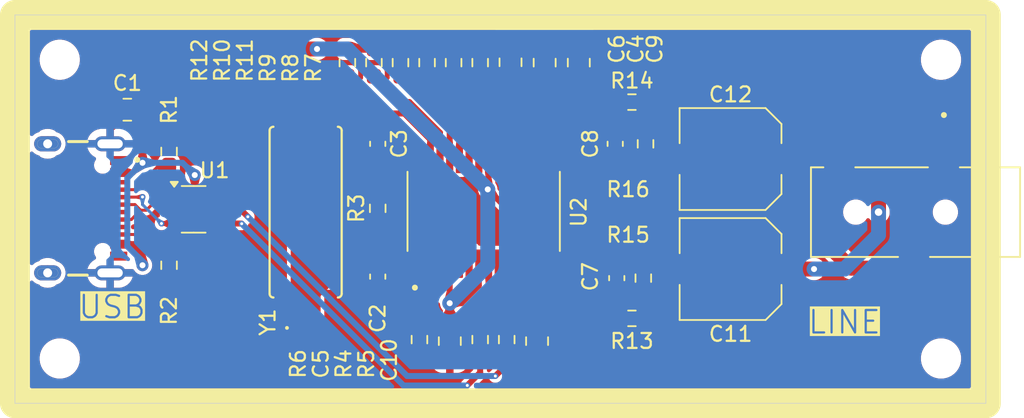
<source format=kicad_pcb>
(kicad_pcb (version 20240108) (generator "pcbnew") (generator_version "8.0")
  (layers (0 "F.Cu" signal) (31 "B.Cu" signal) (34 "B.Paste" user) (35 "F.Paste" user) (36 "B.SilkS" user "B.Silkscreen") (37 "F.SilkS" user "F.Silkscreen") (38 "B.Mask" user) (39 "F.Mask" user) (44 "Edge.Cuts" user))
  (net 0 "")
  (net 1 "VBUS")
  (net 2 "GND")
  (net 3 "/CrystalO")
  (net 4 "/CrystalI")
  (net 5 "Net-(U2-VCOM)")
  (net 6 "Net-(U2-VCCP)")
  (net 7 "/OUT_L")
  (net 8 "Net-(C7-Pad2)")
  (net 9 "/OUT_R")
  (net 10 "Net-(C8-Pad2)")
  (net 11 "Net-(U2-VCCR)")
  (net 12 "Net-(U2-VCCL)")
  (net 13 "/LEFT")
  (net 14 "/RIGHT")
  (net 16 "/D_N")
  (net 17 "/D_P")
  (net 18 "Net-(J1-CC1)")
  (net 19 "Net-(J1-CC2)")
  (net 21 "Net-(U2-D+)")
  (net 22 "/USB_P")
  (net 23 "Net-(U2-D-)")
  (net 24 "/USB_N")
  (net 25 "Net-(U2-DT)")
  (net 26 "Net-(U2-HID0{slash}MS)")
  (net 27 "Net-(U2-HID1{slash}MC)")
  (net 28 "Net-(U2-HID2{slash}MD)")
  (net 29 "Net-(U2-TEST0)")
  (net 30 "Net-(U2-TEST1)")
  (net 31 "Net-(U2-~{SSPND})")
  (footprint "Resistor_SMD:R_0603_1608Metric_Pad0.98x0.95mm_HandSolder" (layer "F.Cu") (at 145.034 82.1925 -90)
    (property "Reference" "R10" (at -0.1505 10.16 90) (layer "F.SilkS"))
    (property "Value" "5.1k")
    (pad "1" smd roundrect (at -0.9125 0 270) (size 0.975 0.95) (layers "F.Cu" "F.Paste" "F.Mask") (net 1 "VBUS"))
    (pad "2" smd roundrect (at 0.9125 0 270) (size 0.975 0.95) (layers "F.Cu" "F.Paste" "F.Mask") (net 29 "Net-(U2-TEST0)"))
  )
  (footprint "Resistor_SMD:R_0603_1608Metric_Pad0.98x0.95mm_HandSolder" (layer "F.Cu") (at 150.368 82.1925 -90)
    (property "Reference" "R8" (at 0.3575 10.922 90) (layer "F.SilkS"))
    (property "Value" "5.1k")
    (pad "1" smd roundrect (at -0.9125 0 270) (size 0.975 0.95) (layers "F.Cu" "F.Paste" "F.Mask") (net 2 "GND"))
    (pad "2" smd roundrect (at 0.9125 0 270) (size 0.975 0.95) (layers "F.Cu" "F.Paste" "F.Mask") (net 27 "Net-(U2-HID1{slash}MC)"))
  )
  (footprint "Resistor_SMD:R_0603_1608Metric_Pad0.98x0.95mm_HandSolder" (layer "F.Cu") (at 163.068 96.6205 -90)
    (property "Reference" "R15" (at -2.8945 1.016 180) (layer "F.SilkS"))
    (property "Value" "10k")
    (pad "1" smd roundrect (at -0.9125 0 270) (size 0.975 0.95) (layers "F.Cu" "F.Paste" "F.Mask") (net 7 "/OUT_L"))
    (pad "2" smd roundrect (at 0.9125 0 270) (size 0.975 0.95) (layers "F.Cu" "F.Paste" "F.Mask") (net 2 "GND"))
  )
  (footprint "Capacitor_SMD:C_0805_2012Metric_Pad1.18x1.45mm_HandSolder" (layer "F.Cu") (at 154.178 82.171 90)
    (property "Reference" "C6" (at 0.891 7.112 90) (layer "F.SilkS"))
    (property "Value" "1u")
    (pad "1" smd roundrect (at -1.0375 0 90) (size 1.175 1.45) (layers "F.Cu" "F.Paste" "F.Mask") (roundrect_rratio 0.212766) (net 6 "Net-(U2-VCCP)"))
    (pad "2" smd roundrect (at 1.0375 0 90) (size 1.175 1.45) (layers "F.Cu" "F.Paste" "F.Mask") (roundrect_rratio 0.212766) (net 2 "GND"))
  )
  (footprint "Capacitor_SMD:C_Elec_6.3x7.7" (layer "F.Cu") (at 168.91 96.012 180)
    (property "Reference" "C11" (at 0 -4.35 360) (layer "F.SilkS"))
    (property "Value" "100u")
    (pad "1" smd roundrect (at -2.5375 0 180) (size 3.325 1.6) (layers "F.Cu" "F.Paste" "F.Mask") (roundrect_rratio 0.15625) (net 13 "/LEFT"))
    (pad "2" smd roundrect (at 2.5375 0 180) (size 3.325 1.6) (layers "F.Cu" "F.Paste" "F.Mask") (roundrect_rratio 0.15625) (net 7 "/OUT_L"))
  )
  (footprint "Resistor_SMD:R_0603_1608Metric_Pad0.98x0.95mm_HandSolder" (layer "F.Cu") (at 145.288 91.948 90)
    (property "Reference" "R3" (at 0 -1.43 90) (layer "F.SilkS"))
    (property "Value" "1M")
    (pad "1" smd roundrect (at -0.9125 0 90) (size 0.975 0.95) (layers "F.Cu" "F.Paste" "F.Mask") (net 3 "/CrystalO"))
    (pad "2" smd roundrect (at 0.9125 0 90) (size 0.975 0.95) (layers "F.Cu" "F.Paste" "F.Mask") (net 4 "/CrystalI"))
  )
  (footprint "Resistor_SMD:R_0603_1608Metric_Pad0.98x0.95mm_HandSolder" (layer "F.Cu") (at 153.924 100.7345 90)
    (property "Reference" "R4" (at -1.6275 -10.922 90) (layer "F.SilkS"))
    (property "Value" "22")
    (pad "1" smd roundrect (at -0.9125 0 90) (size 0.975 0.95) (layers "F.Cu" "F.Paste" "F.Mask") (net 22 "/USB_P"))
    (pad "2" smd roundrect (at 0.9125 0 90) (size 0.975 0.95) (layers "F.Cu" "F.Paste" "F.Mask") (net 21 "Net-(U2-D+)"))
  )
  (footprint "Resistor_SMD:R_0603_1608Metric_Pad0.98x0.95mm_HandSolder" (layer "F.Cu") (at 152.146 100.7345 -90)
    (property "Reference" "R5" (at 1.6275 7.62 90) (layer "F.SilkS"))
    (property "Value" "22")
    (pad "1" smd roundrect (at -0.9125 0 270) (size 0.975 0.95) (layers "F.Cu" "F.Paste" "F.Mask") (net 23 "Net-(U2-D-)"))
    (pad "2" smd roundrect (at 0.9125 0 270) (size 0.975 0.95) (layers "F.Cu" "F.Paste" "F.Mask") (net 24 "/USB_N"))
  )
  (footprint "MountingHole:MountingHole_2.2mm_M2" (layer "F.Cu") (at 183 82)
    (property "Reference" "REF**" (hide yes))
    (property "Value" "MountingHole_2.2mm_M2" (hide yes))
    (pad "" np_thru_hole circle (at 0 0) (size 2.2 2.2) (drill 2.2) (layers "*.Cu" "*.Mask"))
  )
  (footprint "Resistor_SMD:R_0603_1608Metric_Pad0.98x0.95mm_HandSolder" (layer "F.Cu") (at 148.59 82.1925 -90)
    (property "Reference" "R9" (at 0.3575 10.668 90) (layer "F.SilkS"))
    (property "Value" "5.1k")
    (pad "1" smd roundrect (at -0.9125 0 270) (size 0.975 0.95) (layers "F.Cu" "F.Paste" "F.Mask") (net 2 "GND"))
    (pad "2" smd roundrect (at 0.9125 0 270) (size 0.975 0.95) (layers "F.Cu" "F.Paste" "F.Mask") (net 28 "Net-(U2-HID2{slash}MD)"))
  )
  (footprint "Resistor_SMD:R_0603_1608Metric_Pad0.98x0.95mm_HandSolder" (layer "F.Cu") (at 162.306 84.836)
    (property "Reference" "R14" (at 0 -1.43 360) (layer "F.SilkS"))
    (property "Value" "16")
    (pad "1" smd roundrect (at -0.9125 0) (size 0.975 0.95) (layers "F.Cu" "F.Paste" "F.Mask") (net 10 "Net-(C8-Pad2)"))
    (pad "2" smd roundrect (at 0.9125 0) (size 0.975 0.95) (layers "F.Cu" "F.Paste" "F.Mask") (net 2 "GND"))
  )
  (footprint "Capacitor_SMD:C_0805_2012Metric_Pad1.18x1.45mm_HandSolder" (layer "F.Cu") (at 128.524 85.344 180)
    (property "Reference" "C1" (at 0 1.778 360) (layer "F.SilkS"))
    (property "Value" "1u")
    (pad "1" smd roundrect (at -1.0375 0 180) (size 1.175 1.45) (layers "F.Cu" "F.Paste" "F.Mask") (roundrect_rratio 0.212766) (net 1 "VBUS"))
    (pad "2" smd roundrect (at 1.0375 0 180) (size 1.175 1.45) (layers "F.Cu" "F.Paste" "F.Mask") (roundrect_rratio 0.212766) (net 2 "GND"))
  )
  (footprint "Capacitor_SMD:C_0805_2012Metric_Pad1.18x1.45mm_HandSolder" (layer "F.Cu") (at 156.464 82.1925 90)
    (property "Reference" "C4" (at 0.9125 6.096 90) (layer "F.SilkS"))
    (property "Value" "10u")
    (pad "1" smd roundrect (at -1.0375 0 90) (size 1.175 1.45) (layers "F.Cu" "F.Paste" "F.Mask") (roundrect_rratio 0.212766) (net 5 "Net-(U2-VCOM)"))
    (pad "2" smd roundrect (at 1.0375 0 90) (size 1.175 1.45) (layers "F.Cu" "F.Paste" "F.Mask") (roundrect_rratio 0.212766) (net 2 "GND"))
  )
  (footprint "Resistor_SMD:R_0603_1608Metric_Pad0.98x0.95mm_HandSolder" (layer "F.Cu") (at 131.318 88.138 90)
    (property "Reference" "R1" (at 2.794 0 90) (layer "F.SilkS"))
    (property "Value" "5.1k")
    (pad "1" smd roundrect (at -0.9125 0 90) (size 0.975 0.95) (layers "F.Cu" "F.Paste" "F.Mask") (net 18 "Net-(J1-CC1)"))
    (pad "2" smd roundrect (at 0.9125 0 90) (size 0.975 0.95) (layers "F.Cu" "F.Paste" "F.Mask") (net 2 "GND"))
  )
  (footprint "Capacitor_SMD:C_0603_1608Metric_Pad1.08x0.95mm_HandSolder" (layer "F.Cu") (at 145.288 96.52 90)
    (property "Reference" "C2" (at -2.794 0 90) (layer "F.SilkS"))
    (property "Value" "12p")
    (pad "1" smd roundrect (at -0.8625 0 90) (size 1.075 0.95) (layers "F.Cu" "F.Paste" "F.Mask") (net 2 "GND"))
    (pad "2" smd roundrect (at 0.8625 0 90) (size 1.075 0.95) (layers "F.Cu" "F.Paste" "F.Mask") (net 3 "/CrystalO"))
  )
  (footprint "Resistor_SMD:R_0603_1608Metric_Pad0.98x0.95mm_HandSolder" (layer "F.Cu") (at 148.082 100.7345 90)
    (property "Reference" "R6" (at -1.6275 -8.128 90) (layer "F.SilkS"))
    (property "Value" "5.1k")
    (pad "1" smd roundrect (at -0.9125 0 90) (size 0.975 0.95) (layers "F.Cu" "F.Paste" "F.Mask") (net 1 "VBUS"))
    (pad "2" smd roundrect (at 0.9125 0 90) (size 0.975 0.95) (layers "F.Cu" "F.Paste" "F.Mask") (net 25 "Net-(U2-DT)"))
  )
  (footprint "Capacitor_SMD:C_0805_2012Metric_Pad1.18x1.45mm_HandSolder" (layer "F.Cu") (at 158.75 82.1925 90)
    (property "Reference" "C9" (at 0.9125 5.08 90) (layer "F.SilkS"))
    (property "Value" "1u")
    (pad "1" smd roundrect (at -1.0375 0 90) (size 1.175 1.45) (layers "F.Cu" "F.Paste" "F.Mask") (roundrect_rratio 0.212766) (net 11 "Net-(U2-VCCR)"))
    (pad "2" smd roundrect (at 1.0375 0 90) (size 1.175 1.45) (layers "F.Cu" "F.Paste" "F.Mask") (roundrect_rratio 0.212766) (net 2 "GND"))
  )
  (footprint "MountingHole:MountingHole_2.2mm_M2" (layer "F.Cu") (at 124 82)
    (property "Reference" "REF**" (hide yes))
    (property "Value" "MountingHole_2.2mm_M2" (hide yes))
    (pad "" np_thru_hole circle (at 0 0) (size 2.2 2.2) (drill 2.2) (layers "*.Cu" "*.Mask"))
  )
  (footprint "Capacitor_SMD:C_0603_1608Metric_Pad1.08x0.95mm_HandSolder" (layer "F.Cu") (at 145.288 87.63 -90)
    (property "Reference" "C3" (at 0 -1.43 90) (layer "F.SilkS"))
    (property "Value" "12p")
    (pad "1" smd roundrect (at -0.8625 0 270) (size 1.075 0.95) (layers "F.Cu" "F.Paste" "F.Mask") (net 2 "GND"))
    (pad "2" smd roundrect (at 0.8625 0 270) (size 1.075 0.95) (layers "F.Cu" "F.Paste" "F.Mask") (net 4 "/CrystalI"))
  )
  (footprint "Resistor_SMD:R_0603_1608Metric_Pad0.98x0.95mm_HandSolder" (layer "F.Cu") (at 152.146 82.1925 -90)
    (property "Reference" "R7" (at 0.3575 11.176 90) (layer "F.SilkS"))
    (property "Value" "5.1k")
    (pad "1" smd roundrect (at -0.9125 0 270) (size 0.975 0.95) (layers "F.Cu" "F.Paste" "F.Mask") (net 2 "GND"))
    (pad "2" smd roundrect (at 0.9125 0 270) (size 0.975 0.95) (layers "F.Cu" "F.Paste" "F.Mask") (net 26 "Net-(U2-HID0{slash}MS)"))
  )
  (footprint "Resistor_SMD:R_0603_1608Metric_Pad0.98x0.95mm_HandSolder" (layer "F.Cu") (at 162.306 99.314)
    (property "Reference" "R13" (at 0 1.524 360) (layer "F.SilkS"))
    (property "Value" "16")
    (pad "1" smd roundrect (at -0.9125 0) (size 0.975 0.95) (layers "F.Cu" "F.Paste" "F.Mask") (net 8 "Net-(C7-Pad2)"))
    (pad "2" smd roundrect (at 0.9125 0) (size 0.975 0.95) (layers "F.Cu" "F.Paste" "F.Mask") (net 2 "GND"))
  )
  (footprint "PCM2704CDBR:SOP65P780X200-28N" (layer "F.Cu") (at 152.381 92.151 90)
    (property "Reference" "U2" (at -0.051 6.369 90) (layer "F.SilkS"))
    (property "Value" "PCM2704CDBR")
    (pad "1" smd roundrect (at -3.505 -4.225 90) (size 1.9 0.48) (layers "F.Cu" "F.Paste" "F.Mask") (roundrect_rratio 0.125) (net 3 "/CrystalO"))
    (pad "2" smd roundrect (at -3.505 -3.575 90) (size 1.9 0.48) (layers "F.Cu" "F.Paste" "F.Mask") (roundrect_rratio 0.125))
    (pad "3" smd roundrect (at -3.505 -2.925 90) (size 1.9 0.48) (layers "F.Cu" "F.Paste" "F.Mask") (roundrect_rratio 0.125) (net 25 "Net-(U2-DT)"))
    (pad "4" smd roundrect (at -3.505 -2.275 90) (size 1.9 0.48) (layers "F.Cu" "F.Paste" "F.Mask") (roundrect_rratio 0.125) (net 1 "VBUS"))
    (pad "5" smd roundrect (at -3.505 -1.625 90) (size 1.9 0.48) (layers "F.Cu" "F.Paste" "F.Mask") (roundrect_rratio 0.125))
    (pad "6" smd roundrect (at -3.505 -0.975 90) (size 1.9 0.48) (layers "F.Cu" "F.Paste" "F.Mask") (roundrect_rratio 0.125) (net 2 "GND"))
    (pad "7" smd roundrect (at -3.505 -0.325 90) (size 1.9 0.48) (layers "F.Cu" "F.Paste" "F.Mask") (roundrect_rratio 0.125) (net 1 "VBUS"))
    (pad "8" smd roundrect (at -3.505 0.325 90) (size 1.9 0.48) (layers "F.Cu" "F.Paste" "F.Mask") (roundrect_rratio 0.125) (net 23 "Net-(U2-D-)"))
    (pad "9" smd roundrect (at -3.505 0.975 90) (size 1.9 0.48) (layers "F.Cu" "F.Paste" "F.Mask") (roundrect_rratio 0.125) (net 21 "Net-(U2-D+)"))
    (pad "10" smd roundrect (at -3.505 1.625 90) (size 1.9 0.48) (layers "F.Cu" "F.Paste" "F.Mask") (roundrect_rratio 0.125) (net 1 "VBUS"))
    (pad "11" smd roundrect (at -3.505 2.275 90) (size 1.9 0.48) (layers "F.Cu" "F.Paste" "F.Mask") (roundrect_rratio 0.125) (net 2 "GND"))
    (pad "12" smd roundrect (at -3.505 2.925 90) (size 1.9 0.48) (layers "F.Cu" "F.Paste" "F.Mask") (roundrect_rratio 0.125) (net 2 "GND"))
    (pad "13" smd roundrect (at -3.505 3.575 90) (size 1.9 0.48) (layers "F.Cu" "F.Paste" "F.Mask") (roundrect_rratio 0.125) (net 12 "Net-(U2-VCCL)"))
    (pad "14" smd roundrect (at -3.505 4.225 90) (size 1.9 0.48) (layers "F.Cu" "F.Paste" "F.Mask") (roundrect_rratio 0.125) (net 7 "/OUT_L"))
    (pad "15" smd roundrect (at 3.505 4.225 90) (size 1.9 0.48) (layers "F.Cu" "F.Paste" "F.Mask") (roundrect_rratio 0.125) (net 9 "/OUT_R"))
    (pad "16" smd roundrect (at 3.505 3.575 90) (size 1.9 0.48) (layers "F.Cu" "F.Paste" "F.Mask") (roundrect_rratio 0.125) (net 11 "Net-(U2-VCCR)"))
    (pad "17" smd roundrect (at 3.505 2.925 90) (size 1.9 0.48) (layers "F.Cu" "F.Paste" "F.Mask") (roundrect_rratio 0.125) (net 2 "GND"))
    (pad "18" smd roundrect (at 3.505 2.275 90) (size 1.9 0.48) (layers "F.Cu" "F.Paste" "F.Mask") (roundrect_rratio 0.125) (net 5 "Net-(U2-VCOM)"))
    (pad "19" smd roundrect (at 3.505 1.625 90) (size 1.9 0.48) (layers "F.Cu" "F.Paste" "F.Mask") (roundrect_rratio 0.125) (net 2 "GND"))
    (pad "20" smd roundrect (at 3.505 0.975 90) (size 1.9 0.48) (layers "F.Cu" "F.Paste" "F.Mask") (roundrect_rratio 0.125) (net 6 "Net-(U2-VCCP)"))
    (pad "21" smd roundrect (at 3.505 0.325 90) (size 1.9 0.48) (layers "F.Cu" "F.Paste" "F.Mask") (roundrect_rratio 0.125) (net 1 "VBUS"))
    (pad "22" smd roundrect (at 3.505 -0.325 90) (size 1.9 0.48) (layers "F.Cu" "F.Paste" "F.Mask") (roundrect_rratio 0.125) (net 26 "Net-(U2-HID0{slash}MS)"))
    (pad "23" smd roundrect (at 3.505 -0.975 90) (size 1.9 0.48) (layers "F.Cu" "F.Paste" "F.Mask") (roundrect_rratio 0.125) (net 27 "Net-(U2-HID1{slash}MC)"))
    (pad "24" smd roundrect (at 3.505 -1.625 90) (size 1.9 0.48) (layers "F.Cu" "F.Paste" "F.Mask") (roundrect_rratio 0.125) (net 28 "Net-(U2-HID2{slash}MD)"))
    (pad "25" smd roundrect (at 3.505 -2.275 90) (size 1.9 0.48) (layers "F.Cu" "F.Paste" "F.Mask") (roundrect_rratio 0.125) (net 30 "Net-(U2-TEST1)"))
    (pad "26" smd roundrect (at 3.505 -2.925 90) (size 1.9 0.48) (layers "F.Cu" "F.Paste" "F.Mask") (roundrect_rratio 0.125) (net 29 "Net-(U2-TEST0)"))
    (pad "27" smd roundrect (at 3.505 -3.575 90) (size 1.9 0.48) (layers "F.Cu" "F.Paste" "F.Mask") (roundrect_rratio 0.125) (net 31 "Net-(U2-~{SSPND})"))
    (pad "28" smd roundrect (at 3.505 -4.225 90) (size 1.9 0.48) (layers "F.Cu" "F.Paste" "F.Mask") (roundrect_rratio 0.125) (net 4 "/CrystalI"))
  )
  (footprint "Package_TO_SOT_SMD:SOT-23-6" (layer "F.Cu") (at 132.9635 92.014)
    (property "Reference" "U1" (at 1.4025 -2.606 360) (layer "F.SilkS"))
    (property "Value" "USBLC6-2SC6")
    (pad "1" smd roundrect (at -1.1375 -0.95) (size 1.325 0.6) (layers "F.Cu" "F.Paste" "F.Mask") (net 17 "/D_P"))
    (pad "2" smd roundrect (at -1.1375 0) (size 1.325 0.6) (layers "F.Cu" "F.Paste" "F.Mask") (net 2 "GND"))
    (pad "3" smd roundrect (at -1.1375 0.95) (size 1.325 0.6) (layers "F.Cu" "F.Paste" "F.Mask") (net 16 "/D_N"))
    (pad "4" smd roundrect (at 1.1375 0.95) (size 1.325 0.6) (layers "F.Cu" "F.Paste" "F.Mask") (net 24 "/USB_N"))
    (pad "5" smd roundrect (at 1.1375 0) (size 1.325 0.6) (layers "F.Cu" "F.Paste" "F.Mask") (net 1 "VBUS"))
    (pad "6" smd roundrect (at 1.1375 -0.95) (size 1.325 0.6) (layers "F.Cu" "F.Paste" "F.Mask") (net 22 "/USB_P"))
  )
  (footprint "Capacitor_SMD:C_0805_2012Metric_Pad1.18x1.45mm_HandSolder" (layer "F.Cu") (at 155.956 100.838 -90)
    (property "Reference" "C10" (at 1.27 9.906 -90) (layer "F.SilkS"))
    (property "Value" "1u")
    (pad "1" smd roundrect (at -1.0375 0 270) (size 1.175 1.45) (layers "F.Cu" "F.Paste" "F.Mask") (roundrect_rratio 0.212766) (net 12 "Net-(U2-VCCL)"))
    (pad "2" smd roundrect (at 1.0375 0 270) (size 1.175 1.45) (layers "F.Cu" "F.Paste" "F.Mask") (roundrect_rratio 0.212766) (net 2 "GND"))
  )
  (footprint "Resistor_SMD:R_0603_1608Metric_Pad0.98x0.95mm_HandSolder" (layer "F.Cu") (at 131.318 95.758 -90)
    (property "Reference" "R2" (at 3.048 0 90) (layer "F.SilkS"))
    (property "Value" "5.1k")
    (pad "1" smd roundrect (at -0.9125 0 270) (size 0.975 0.95) (layers "F.Cu" "F.Paste" "F.Mask") (net 19 "Net-(J1-CC2)"))
    (pad "2" smd roundrect (at 0.9125 0 270) (size 0.975 0.95) (layers "F.Cu" "F.Paste" "F.Mask") (net 2 "GND"))
  )
  (footprint "FOXSDLF_120-20:XTAL1170X500X450" (layer "F.Cu") (at 140.462 92.202 90)
    (property "Reference" "Y1" (at -7.366 -2.54 90) (layer "F.SilkS") (effects (font (size 1.000528 1.000528))))
    (property "Value" "C14871")
    (pad "1" smd rect (at -4.75 0 90) (size 5.5 2) (layers "F.Cu" "F.Paste" "F.Mask") (net 3 "/CrystalO"))
    (pad "2" smd rect (at 4.75 0 90) (size 5.5 2) (layers "F.Cu" "F.Paste" "F.Mask") (net 4 "/CrystalI"))
  )
  (footprint "MountingHole:MountingHole_2.2mm_M2" (layer "F.Cu") (at 124 102)
    (property "Reference" "REF**" (hide yes))
    (property "Value" "MountingHole_2.2mm_M2" (hide yes))
    (pad "" np_thru_hole circle (at 0 0) (size 2.2 2.2) (drill 2.2) (layers "*.Cu" "*.Mask"))
  )
  (footprint "MountingHole:MountingHole_2.2mm_M2" (layer "F.Cu") (at 183 102)
    (property "Reference" "REF**" (hide yes))
    (property "Value" "MountingHole_2.2mm_M2" (hide yes))
    (pad "" np_thru_hole circle (at 0 0) (size 2.2 2.2) (drill 2.2) (layers "*.Cu" "*.Mask"))
  )
  (footprint "Capacitor_SMD:C_0603_1608Metric_Pad1.08x0.95mm_HandSolder" (layer "F.Cu") (at 161.1865 87.63 90)
    (property "Reference" "C8" (at 0 -1.6745 90) (layer "F.SilkS"))
    (property "Value" "22n")
    (pad "1" smd roundrect (at -0.8625 0 90) (size 1.075 0.95) (layers "F.Cu" "F.Paste" "F.Mask") (net 9 "/OUT_R"))
    (pad "2" smd roundrect (at 0.8625 0 90) (size 1.075 0.95) (layers "F.Cu" "F.Paste" "F.Mask") (net 10 "Net-(C8-Pad2)"))
  )
  (footprint "Capacitor_SMD:C_Elec_6.3x7.7" (layer "F.Cu") (at 168.9075 88.646 180)
    (property "Reference" "C12" (at 0 4.318 360) (layer "F.SilkS"))
    (property "Value" "100u")
    (pad "1" smd roundrect (at -2.5375 0 180) (size 3.325 1.6) (layers "F.Cu" "F.Paste" "F.Mask") (roundrect_rratio 0.15625) (net 14 "/RIGHT"))
    (pad "2" smd roundrect (at 2.5375 0 180) (size 3.325 1.6) (layers "F.Cu" "F.Paste" "F.Mask") (roundrect_rratio 0.15625) (net 9 "/OUT_R"))
  )
  (footprint "Capacitor_SMD:C_0603_1608Metric_Pad1.08x0.95mm_HandSolder" (layer "F.Cu") (at 161.29 96.6205 -90)
    (property "Reference" "C7" (at -0.1005 1.778 90) (layer "F.SilkS"))
    (property "Value" "22n")
    (pad "1" smd roundrect (at -0.8625 0 270) (size 1.075 0.95) (layers "F.Cu" "F.Paste" "F.Mask") (net 7 "/OUT_L"))
    (pad "2" smd roundrect (at 0.8625 0 270) (size 1.075 0.95) (layers "F.Cu" "F.Paste" "F.Mask") (net 8 "Net-(C7-Pad2)"))
  )
  (footprint "PJ-320B:BOOMELE_PJ-320B" (layer "F.Cu") (at 180.292 92.202 180)
    (property "Reference" "LINE" (at 3.762 -7.366 0) (layer "F.SilkS" knockout) (effects (font (size 1.5 1.5))))
    (property "Value" "PJ-320B")
    (pad "" np_thru_hole circle (at -3 0 180) (size 1.2 1.2) (drill 1.2) (layers "*.Cu" "*.Mask"))
    (pad "" np_thru_hole circle (at 3 0 180) (size 1.2 1.2) (drill 1.2) (layers "*.Cu" "*.Mask"))
    (pad "1" smd rect (at -2.9 3.75 180) (size 1.5 3.5) (layers "F.Cu" "F.Paste" "F.Mask") (net 2 "GND"))
    (pad "2" smd rect (at -0.9 -3.75 180) (size 1.5 3.5) (layers "F.Cu" "F.Paste" "F.Mask") (net 14 "/RIGHT"))
    (pad "3" smd rect (at 4.1 3.75 180) (size 1.5 3.5) (layers "F.Cu" "F.Paste" "F.Mask") (net 13 "/LEFT"))
  )
  (footprint "USB4105GFA120:GCT_USB4105GFA120" (layer "F.Cu") (at 123.19 91.948 -90)
    (property "Reference" "USB" (at 6.604 -4.318 180) (layer "F.SilkS" knockout) (effects (font (size 1.5 1.5))))
    (property "Value" "USB4105GFA120")
    (fp_poly (pts (xy -4.82 0) (xy -4.82 -0.4) (xy -4.819 -0.426) (xy -4.817 -0.452) (xy -4.814 -0.478) (xy -4.809 -0.504) (xy -4.803 -0.529) (xy -4.796 -0.555) (xy -4.787 -0.579) (xy -4.777 -0.603) (xy -4.766 -0.627) (xy -4.753 -0.65) (xy -4.739 -0.672) (xy -4.725 -0.694) (xy -4.709 -0.715) (xy -4.692 -0.735) (xy -4.674 -0.754) (xy -4.655 -0.772) (xy -4.635 -0.789) (xy -4.614 -0.805) (xy -4.592 -0.819) (xy -4.57 -0.833) (xy -4.547 -0.846) (xy -4.523 -0.857) (xy -4.499 -0.867) (xy -4.475 -0.876) (xy -4.449 -0.883) (xy -4.424 -0.889) (xy -4.398 -0.894) (xy -4.372 -0.897) (xy -4.346 -0.899) (xy -4.32 -0.9) (xy -4.294 -0.899) (xy -4.268 -0.897) (xy -4.242 -0.894) (xy -4.216 -0.889) (xy -4.191 -0.883) (xy -4.165 -0.876) (xy -4.141 -0.867) (xy -4.117 -0.857) (xy -4.093 -0.846) (xy -4.07 -0.833) (xy -4.048 -0.819) (xy -4.026 -0.805) (xy -4.005 -0.789) (xy -3.985 -0.772) (xy -3.966 -0.754) (xy -3.948 -0.735) (xy -3.931 -0.715) (xy -3.915 -0.694) (xy -3.901 -0.672) (xy -3.887 -0.65) (xy -3.874 -0.627) (xy -3.863 -0.603) (xy -3.853 -0.579) (xy -3.844 -0.555) (xy -3.837 -0.529) (xy -3.831 -0.504) (xy -3.826 -0.478) (xy -3.823 -0.452) (xy -3.821 -0.426) (xy -3.82 -0.4) (xy -3.82 0) (xy -3.82 0.4) (xy -3.821 0.426) (xy -3.823 0.452) (xy -3.826 0.478) (xy -3.831 0.504) (xy -3.837 0.529) (xy -3.844 0.555) (xy -3.853 0.579) (xy -3.863 0.603) (xy -3.874 0.627) (xy -3.887 0.65) (xy -3.901 0.672) (xy -3.915 0.694) (xy -3.931 0.715) (xy -3.948 0.735) (xy -3.966 0.754) (xy -3.985 0.772) (xy -4.005 0.789) (xy -4.026 0.805) (xy -4.048 0.819) (xy -4.07 0.833) (xy -4.093 0.846) (xy -4.117 0.857) (xy -4.141 0.867) (xy -4.165 0.876) (xy -4.191 0.883) (xy -4.216 0.889) (xy -4.242 0.894) (xy -4.268 0.897) (xy -4.294 0.899) (xy -4.32 0.9) (xy -4.346 0.899) (xy -4.372 0.897) (xy -4.398 0.894) (xy -4.424 0.889) (xy -4.449 0.883) (xy -4.475 0.876) (xy -4.499 0.867) (xy -4.523 0.857) (xy -4.547 0.846) (xy -4.57 0.833) (xy -4.592 0.819) (xy -4.614 0.805) (xy -4.635 0.789) (xy -4.655 0.772) (xy -4.674 0.754) (xy -4.692 0.735) (xy -4.709 0.715) (xy -4.725 0.694) (xy -4.739 0.672) (xy -4.753 0.65) (xy -4.766 0.627) (xy -4.777 0.603) (xy -4.787 0.579) (xy -4.796 0.555) (xy -4.803 0.529) (xy -4.809 0.504) (xy -4.814 0.478) (xy -4.817 0.452) (xy -4.819 0.426) (xy -4.82 0.4) (xy -4.82 0)) (stroke (width 0.01)) (fill solid) (layer "F.Cu"))
    (fp_poly (pts (xy 3.82 0) (xy 3.82 -0.4) (xy 3.821 -0.426) (xy 3.823 -0.452) (xy 3.826 -0.478) (xy 3.831 -0.504) (xy 3.837 -0.529) (xy 3.844 -0.555) (xy 3.853 -0.579) (xy 3.863 -0.603) (xy 3.874 -0.627) (xy 3.887 -0.65) (xy 3.901 -0.672) (xy 3.915 -0.694) (xy 3.931 -0.715) (xy 3.948 -0.735) (xy 3.966 -0.754) (xy 3.985 -0.772) (xy 4.005 -0.789) (xy 4.026 -0.805) (xy 4.048 -0.819) (xy 4.07 -0.833) (xy 4.093 -0.846) (xy 4.117 -0.857) (xy 4.141 -0.867) (xy 4.165 -0.876) (xy 4.191 -0.883) (xy 4.216 -0.889) (xy 4.242 -0.894) (xy 4.268 -0.897) (xy 4.294 -0.899) (xy 4.32 -0.9) (xy 4.346 -0.899) (xy 4.372 -0.897) (xy 4.398 -0.894) (xy 4.424 -0.889) (xy 4.449 -0.883) (xy 4.475 -0.876) (xy 4.499 -0.867) (xy 4.523 -0.857) (xy 4.547 -0.846) (xy 4.57 -0.833) (xy 4.592 -0.819) (xy 4.614 -0.805) (xy 4.635 -0.789) (xy 4.655 -0.772) (xy 4.674 -0.754) (xy 4.692 -0.735) (xy 4.709 -0.715) (xy 4.725 -0.694) (xy 4.739 -0.672) (xy 4.753 -0.65) (xy 4.766 -0.627) (xy 4.777 -0.603) (xy 4.787 -0.579) (xy 4.796 -0.555) (xy 4.803 -0.529) (xy 4.809 -0.504) (xy 4.814 -0.478) (xy 4.817 -0.452) (xy 4.819 -0.426) (xy 4.82 -0.4) (xy 4.82 0) (xy 4.82 0.4) (xy 4.819 0.426) (xy 4.817 0.452) (xy 4.814 0.478) (xy 4.809 0.504) (xy 4.803 0.529) (xy 4.796 0.555) (xy 4.787 0.579) (xy 4.777 0.603) (xy 4.766 0.627) (xy 4.753 0.65) (xy 4.739 0.672) (xy 4.725 0.694) (xy 4.709 0.715) (xy 4.692 0.735) (xy 4.674 0.754) (xy 4.655 0.772) (xy 4.635 0.789) (xy 4.614 0.805) (xy 4.592 0.819) (xy 4.57 0.833) (xy 4.547 0.846) (xy 4.523 0.857) (xy 4.499 0.867) (xy 4.475 0.876) (xy 4.449 0.883) (xy 4.424 0.889) (xy 4.398 0.894) (xy 4.372 0.897) (xy 4.346 0.899) (xy 4.32 0.9) (xy 4.294 0.899) (xy 4.268 0.897) (xy 4.242 0.894) (xy 4.216 0.889) (xy 4.191 0.883) (xy 4.165 0.876) (xy 4.141 0.867) (xy 4.117 0.857) (xy 4.093 0.846) (xy 4.07 0.833) (xy 4.048 0.819) (xy 4.026 0.805) (xy 4.005 0.789) (xy 3.985 0.772) (xy 3.966 0.754) (xy 3.948 0.735) (xy 3.931 0.715) (xy 3.915 0.694) (xy 3.901 0.672) (xy 3.887 0.65) (xy 3.874 0.627) (xy 3.863 0.603) (xy 3.853 0.579) (xy 3.844 0.555) (xy 3.837 0.529) (xy 3.831 0.504) (xy 3.826 0.478) (xy 3.823 0.452) (xy 3.821 0.426) (xy 3.82 0.4) (xy 3.82 0)) (stroke (width 0.01)) (fill solid) (layer "F.Cu"))
    (fp_poly (pts (xy -4.82 0) (xy -4.82 -0.4) (xy -4.819 -0.426) (xy -4.817 -0.452) (xy -4.814 -0.478) (xy -4.809 -0.504) (xy -4.803 -0.529) (xy -4.796 -0.555) (xy -4.787 -0.579) (xy -4.777 -0.603) (xy -4.766 -0.627) (xy -4.753 -0.65) (xy -4.739 -0.672) (xy -4.725 -0.694) (xy -4.709 -0.715) (xy -4.692 -0.735) (xy -4.674 -0.754) (xy -4.655 -0.772) (xy -4.635 -0.789) (xy -4.614 -0.805) (xy -4.592 -0.819) (xy -4.57 -0.833) (xy -4.547 -0.846) (xy -4.523 -0.857) (xy -4.499 -0.867) (xy -4.475 -0.876) (xy -4.449 -0.883) (xy -4.424 -0.889) (xy -4.398 -0.894) (xy -4.372 -0.897) (xy -4.346 -0.899) (xy -4.32 -0.9) (xy -4.294 -0.899) (xy -4.268 -0.897) (xy -4.242 -0.894) (xy -4.216 -0.889) (xy -4.191 -0.883) (xy -4.165 -0.876) (xy -4.141 -0.867) (xy -4.117 -0.857) (xy -4.093 -0.846) (xy -4.07 -0.833) (xy -4.048 -0.819) (xy -4.026 -0.805) (xy -4.005 -0.789) (xy -3.985 -0.772) (xy -3.966 -0.754) (xy -3.948 -0.735) (xy -3.931 -0.715) (xy -3.915 -0.694) (xy -3.901 -0.672) (xy -3.887 -0.65) (xy -3.874 -0.627) (xy -3.863 -0.603) (xy -3.853 -0.579) (xy -3.844 -0.555) (xy -3.837 -0.529) (xy -3.831 -0.504) (xy -3.826 -0.478) (xy -3.823 -0.452) (xy -3.821 -0.426) (xy -3.82 -0.4) (xy -3.82 0) (xy -3.82 0.4) (xy -3.821 0.426) (xy -3.823 0.452) (xy -3.826 0.478) (xy -3.831 0.504) (xy -3.837 0.529) (xy -3.844 0.555) (xy -3.853 0.579) (xy -3.863 0.603) (xy -3.874 0.627) (xy -3.887 0.65) (xy -3.901 0.672) (xy -3.915 0.694) (xy -3.931 0.715) (xy -3.948 0.735) (xy -3.966 0.754) (xy -3.985 0.772) (xy -4.005 0.789) (xy -4.026 0.805) (xy -4.048 0.819) (xy -4.07 0.833) (xy -4.093 0.846) (xy -4.117 0.857) (xy -4.141 0.867) (xy -4.165 0.876) (xy -4.191 0.883) (xy -4.216 0.889) (xy -4.242 0.894) (xy -4.268 0.897) (xy -4.294 0.899) (xy -4.32 0.9) (xy -4.346 0.899) (xy -4.372 0.897) (xy -4.398 0.894) (xy -4.424 0.889) (xy -4.449 0.883) (xy -4.475 0.876) (xy -4.499 0.867) (xy -4.523 0.857) (xy -4.547 0.846) (xy -4.57 0.833) (xy -4.592 0.819) (xy -4.614 0.805) (xy -4.635 0.789) (xy -4.655 0.772) (xy -4.674 0.754) (xy -4.692 0.735) (xy -4.709 0.715) (xy -4.725 0.694) (xy -4.739 0.672) (xy -4.753 0.65) (xy -4.766 0.627) (xy -4.777 0.603) (xy -4.787 0.579) (xy -4.796 0.555) (xy -4.803 0.529) (xy -4.809 0.504) (xy -4.814 0.478) (xy -4.817 0.452) (xy -4.819 0.426) (xy -4.82 0.4) (xy -4.82 0)) (stroke (width 0.01)) (fill solid) (layer "B.Cu"))
    (fp_poly (pts (xy 3.82 0) (xy 3.82 -0.4) (xy 3.821 -0.426) (xy 3.823 -0.452) (xy 3.826 -0.478) (xy 3.831 -0.504) (xy 3.837 -0.529) (xy 3.844 -0.555) (xy 3.853 -0.579) (xy 3.863 -0.603) (xy 3.874 -0.627) (xy 3.887 -0.65) (xy 3.901 -0.672) (xy 3.915 -0.694) (xy 3.931 -0.715) (xy 3.948 -0.735) (xy 3.966 -0.754) (xy 3.985 -0.772) (xy 4.005 -0.789) (xy 4.026 -0.805) (xy 4.048 -0.819) (xy 4.07 -0.833) (xy 4.093 -0.846) (xy 4.117 -0.857) (xy 4.141 -0.867) (xy 4.165 -0.876) (xy 4.191 -0.883) (xy 4.216 -0.889) (xy 4.242 -0.894) (xy 4.268 -0.897) (xy 4.294 -0.899) (xy 4.32 -0.9) (xy 4.346 -0.899) (xy 4.372 -0.897) (xy 4.398 -0.894) (xy 4.424 -0.889) (xy 4.449 -0.883) (xy 4.475 -0.876) (xy 4.499 -0.867) (xy 4.523 -0.857) (xy 4.547 -0.846) (xy 4.57 -0.833) (xy 4.592 -0.819) (xy 4.614 -0.805) (xy 4.635 -0.789) (xy 4.655 -0.772) (xy 4.674 -0.754) (xy 4.692 -0.735) (xy 4.709 -0.715) (xy 4.725 -0.694) (xy 4.739 -0.672) (xy 4.753 -0.65) (xy 4.766 -0.627) (xy 4.777 -0.603) (xy 4.787 -0.579) (xy 4.796 -0.555) (xy 4.803 -0.529) (xy 4.809 -0.504) (xy 4.814 -0.478) (xy 4.817 -0.452) (xy 4.819 -0.426) (xy 4.82 -0.4) (xy 4.82 0) (xy 4.82 0.4) (xy 4.819 0.426) (xy 4.817 0.452) (xy 4.814 0.478) (xy 4.809 0.504) (xy 4.803 0.529) (xy 4.796 0.555) (xy 4.787 0.579) (xy 4.777 0.603) (xy 4.766 0.627) (xy 4.753 0.65) (xy 4.739 0.672) (xy 4.725 0.694) (xy 4.709 0.715) (xy 4.692 0.735) (xy 4.674 0.754) (xy 4.655 0.772) (xy 4.635 0.789) (xy 4.614 0.805) (xy 4.592 0.819) (xy 4.57 0.833) (xy 4.547 0.846) (xy 4.523 0.857) (xy 4.499 0.867) (xy 4.475 0.876) (xy 4.449 0.883) (xy 4.424 0.889) (xy 4.398 0.894) (xy 4.372 0.897) (xy 4.346 0.899) (xy 4.32 0.9) (xy 4.294 0.899) (xy 4.268 0.897) (xy 4.242 0.894) (xy 4.216 0.889) (xy 4.191 0.883) (xy 4.165 0.876) (xy 4.141 0.867) (xy 4.117 0.857) (xy 4.093 0.846) (xy 4.07 0.833) (xy 4.048 0.819) (xy 4.026 0.805) (xy 4.005 0.789) (xy 3.985 0.772) (xy 3.966 0.754) (xy 3.948 0.735) (xy 3.931 0.715) (xy 3.915 0.694) (xy 3.901 0.672) (xy 3.887 0.65) (xy 3.874 0.627) (xy 3.863 0.603) (xy 3.853 0.579) (xy 3.844 0.555) (xy 3.837 0.529) (xy 3.831 0.504) (xy 3.826 0.478) (xy 3.823 0.452) (xy 3.821 0.426) (xy 3.82 0.4) (xy 3.82 0)) (stroke (width 0.01)) (fill solid) (layer "B.Cu"))
    (fp_line (start -4.62 0.4) (end -4.62 -0.4) (stroke (width 0.01)) (layer "Edge.Cuts"))
    (fp_line (start 4.02 0.4) (end 4.02 -0.4) (stroke (width 0.01)) (layer "Edge.Cuts"))
    (fp_line (start -4.02 -0.4) (end -4.02 0.4) (stroke (width 0.01)) (layer "Edge.Cuts"))
    (fp_line (start 4.62 -0.4) (end 4.62 0.4) (stroke (width 0.01)) (layer "Edge.Cuts"))
    (fp_arc (start -4.32 0.7) (mid -4.532132 0.612132) (end -4.62 0.4) (stroke (width 0.01)) (layer "Edge.Cuts"))
    (fp_arc (start 4.32 0.7) (mid 4.107868 0.612132) (end 4.02 0.4) (stroke (width 0.01)) (layer "Edge.Cuts"))
    (fp_arc (start -4.02 0.4) (mid -4.107868 0.612132) (end -4.32 0.7) (stroke (width 0.01)) (layer "Edge.Cuts"))
    (fp_arc (start 4.62 0.4) (mid 4.532132 0.612132) (end 4.32 0.7) (stroke (width 0.01)) (layer "Edge.Cuts"))
    (fp_arc (start -4.62 -0.4) (mid -4.532132 -0.612132) (end -4.32 -0.7) (stroke (width 0.01)) (layer "Edge.Cuts"))
    (fp_arc (start 4.02 -0.4) (mid 4.107868 -0.612132) (end 4.32 -0.7) (stroke (width 0.01)) (layer "Edge.Cuts"))
    (fp_arc (start -4.32 -0.7) (mid -4.107868 -0.612132) (end -4.02 -0.4) (stroke (width 0.01)) (layer "Edge.Cuts"))
    (fp_arc (start 4.32 -0.7) (mid 4.532132 -0.612132) (end 4.62 -0.4) (stroke (width 0.01)) (layer "Edge.Cuts"))
    (pad "" np_thru_hole circle (at -2.89 -3.68 270) (size 0.65 0.65) (drill 0.65) (layers "*.Cu" "*.Mask"))
    (pad "" np_thru_hole circle (at 2.89 -3.68 270) (size 0.65 0.65) (drill 0.65) (layers "*.Cu" "*.Mask"))
    (pad "A1_B12" smd rect (at -3.2 -4.755 270) (size 0.6 1.15) (layers "F.Cu" "F.Paste" "F.Mask") (net 2 "GND"))
    (pad "A4_B9" smd rect (at -2.4 -4.755 270) (size 0.6 1.15) (layers "F.Cu" "F.Paste" "F.Mask") (net 1 "VBUS"))
    (pad "A5" smd rect (at -1.25 -4.755 270) (size 0.3 1.15) (layers "F.Cu" "F.Paste" "F.Mask") (net 18 "Net-(J1-CC1)"))
    (pad "A6" smd rect (at -0.25 -4.755 270) (size 0.3 1.15) (layers "F.Cu" "F.Paste" "F.Mask") (net 17 "/D_P"))
    (pad "A7" smd rect (at 0.25 -4.755 270) (size 0.3 1.15) (layers "F.Cu" "F.Paste" "F.Mask") (net 16 "/D_N"))
    (pad "A8" smd rect (at 1.25 -4.755 270) (size 0.3 1.15) (layers "F.Cu" "F.Paste" "F.Mask"))
    (pad "B1_A12" smd rect (at 3.2 -4.755 270) (size 0.6 1.15) (layers "F.Cu" "F.Paste" "F.Mask") (net 2 "GND"))
    (pad "B4_A9" smd rect (at 2.4 -4.755 270) (size 0.6 1.15) (layers "F.Cu" "F.Paste" "F.Mask") (net 1 "VBUS"))
    (pad "B5" smd rect (at 1.75 -4.755 270) (size 0.3 1.15) (layers "F.Cu" "F.Paste" "F.Mask") (net 19 "Net-(J1-CC2)"))
    (pad "B6" smd rect (at 0.75 -4.755 270) (size 0.3 1.15) (layers "F.Cu" "F.Paste" "F.Mask") (net 17 "/D_P"))
    (pad "B7" smd rect (at -0.75 -4.755 270) (size 0.3 1.15) (layers "F.Cu" "F.Paste" "F.Mask") (net 16 "/D_N"))
    (pad "B8" smd rect (at -1.75 -4.755 270) (size 0.3 1.15) (layers "F.Cu" "F.Paste" "F.Mask"))
    (pad "SH1" thru_hole oval (at -4.32 -4.18 270) (size 1 2.1) (drill oval 0.6 1.7) (layers "*.Cu" "*.Mask") (net 2 "GND"))
    (pad "SH2" thru_hole oval (at 4.32 -4.18 270) (size 1 2.1) (drill oval 0.6 1.7) (layers "*.Cu" "*.Mask") (net 2 "GND"))
    (pad "SH3" thru_hole circle (at -4.32 0 270) (size 1 1) (drill 0.6) (layers "*.Cu") (net 2 "GND"))
    (pad "SH4" thru_hole circle (at 4.32 0 270) (size 1 1) (drill 0.6) (layers "*.Cu") (net 2 "GND"))
  )
  (footprint "Resistor_SMD:R_0603_1608Metric_Pad0.98x0.95mm_HandSolder" (layer "F.Cu") (at 146.812 82.1925 -90)
    (property "Reference" "R11" (at -0.1505 10.414 90) (layer "F.SilkS"))
    (property "Value" "5.1k")
    (pad "1" smd roundrect (at -0.9125 0 270) (size 0.975 0.95) (layers "F.Cu" "F.Paste" "F.Mask") (net 1 "VBUS"))
    (pad "2" smd roundrect (at 0.9125 0 270) (size 0.975 0.95) (layers "F.Cu" "F.Paste" "F.Mask") (net 30 "Net-(U2-TEST1)"))
  )
  (footprint "Resistor_SMD:R_0603_1608Metric_Pad0.98x0.95mm_HandSolder" (layer "F.Cu") (at 163.2185 87.63 90)
    (property "Reference" "R16" (at -3.048 -1.1665 180) (layer "F.SilkS"))
    (property "Value" "10k")
    (pad "1" smd roundrect (at -0.9125 0 90) (size 0.975 0.95) (layers "F.Cu" "F.Paste" "F.Mask") (net 9 "/OUT_R"))
    (pad "2" smd roundrect (at 0.9125 0 90) (size 0.975 0.95) (layers "F.Cu" "F.Paste" "F.Mask") (net 2 "GND"))
  )
  (footprint "Resistor_SMD:R_0603_1608Metric_Pad0.98x0.95mm_HandSolder" (layer "F.Cu") (at 143.256 82.1925 90)
    (property "Reference" "R12" (at 0.1505 -9.906 90) (layer "F.SilkS"))
    (property "Value" "5.1k")
    (pad "1" smd roundrect (at -0.9125 0 90) (size 0.975 0.95) (layers "F.Cu" "F.Paste" "F.Mask") (net 31 "Net-(U2-~{SSPND})"))
    (pad "2" smd roundrect (at 0.9125 0 90) (size 0.975 0.95) (layers "F.Cu" "F.Paste" "F.Mask") (net 1 "VBUS"))
  )
  (footprint "Capacitor_SMD:C_0805_2012Metric_Pad1.18x1.45mm_HandSolder" (layer "F.Cu") (at 150.114 100.838 -90)
    (property "Reference" "C5" (at 1.524 8.636 90) (layer "F.SilkS"))
    (property "Value" "1u")
    (pad "1" smd roundrect (at -1.0375 0 270) (size 1.175 1.45) (layers "F.Cu" "F.Paste" "F.Mask") (roundrect_rratio 0.212766) (net 1 "VBUS"))
    (pad "2" smd roundrect (at 1.0375 0 270) (size 1.175 1.45) (layers "F.Cu" "F.Paste" "F.Mask") (roundrect_rratio 0.212766) (net 2 "GND"))
  )
  (gr_rect (start 121 79) (end 186 105) (stroke (width 2)) (fill none) (layer "F.SilkS"))
  (gr_line (start 186 105) (end 186 79) (stroke (width 0.05)) (layer "Edge.Cuts"))
  (gr_line (start 121 92) (end 121 79) (stroke (width 0.05)) (layer "Edge.Cuts"))
  (gr_line (start 121 105) (end 186 105) (stroke (width 0.05)) (layer "Edge.Cuts"))
  (gr_line (start 121 79) (end 186 79) (stroke (width 0.05)) (layer "Edge.Cuts"))
  (gr_line (start 121 92) (end 121 105) (stroke (width 0.05)) (layer "Edge.Cuts"))
  (segment (start 133.0385 91.613999) (end 133.0385 89.7195) (width 0.4) (layer "F.Cu") (net 1))
  (segment (start 129.54 88.9) (end 129.54 87.63) (width 0.4) (layer "F.Cu") (net 1))
  (segment (start 127.945 89.548) (end 128.892 89.548) (width 0.4) (layer "F.Cu") (net 1))
  (segment (start 152.706 90.626) (end 152.654 90.678) (width 0.4) (layer "F.Cu") (net 1))
  (segment (start 133.6255 81.28) (end 129.5615 85.344) (width 1) (layer "F.Cu") (net 1))
  (segment (start 154.006 92.03) (end 152.654 90.678) (width 0.4) (layer "F.Cu") (net 1))
  (segment (start 146.812 81.28) (end 143.256 81.28) (width 0.5) (layer "F.Cu") (net 1))
  (segment (start 152.706 88.646) (end 152.706 90.626) (width 0.4) (layer "F.Cu") (net 1))
  (segment (start 129.5615 87.6085) (end 129.5615 85.344) (width 0.4) (layer "F.Cu") (net 1))
  (segment (start 143.256 81.28) (end 141.224 81.28) (width 0.5) (layer "F.Cu") (net 1))
  (segment (start 150.106 98.6622) (end 150.114 98.6702) (width 0.4) (layer "F.Cu") (net 1))
  (segment (start 150.106 95.656) (end 150.106 98.298) (width 0.4) (layer "F.Cu") (net 1))
  (segment (start 129.54 87.63) (end 129.5615 87.6085) (width 0.4) (layer "F.Cu") (net 1))
  (segment (start 129.54 94.968) (end 129.54 95.758) (width 0.4) (layer "F.Cu") (net 1))
  (segment (start 134.101 92.014) (end 133.438501 92.014) (width 0.4) (layer "F.Cu") (net 1))
  (segment (start 152.056 97.118) (end 150.876 98.298) (width 0.4) (layer "F.Cu") (net 1))
  (segment (start 150.114 98.306) (end 150.106 98.298) (width 0.4) (layer "F.Cu") (net 1))
  (segment (start 150.106 99.7925) (end 150.114 99.8005) (width 0.4) (layer "F.Cu") (net 1))
  (segment (start 128.92 94.348) (end 129.54 94.968) (width 0.4) (layer "F.Cu") (net 1))
  (segment (start 150.106 98.298) (end 150.106 98.6622) (width 0.4) (layer "F.Cu") (net 1))
  (segment (start 152.056 95.656) (end 152.056 97.118) (width 0.4) (layer "F.Cu") (net 1))
  (segment (start 128.892 89.548) (end 129.54 88.9) (width 0.4) (layer "F.Cu") (net 1))
  (segment (start 154.006 95.656) (end 154.006 92.03) (width 0.4) (layer "F.Cu") (net 1))
  (segment (start 150.114 98.6702) (end 150.114 99.8005) (width 0.4) (layer "F.Cu") (net 1))
  (segment (start 127.945 94.348) (end 128.92 94.348) (width 0.4) (layer "F.Cu") (net 1))
  (segment (start 133.438501 92.014) (end 133.0385 91.613999) (width 0.4) (layer "F.Cu") (net 1))
  (segment (start 141.224 81.28) (end 133.6255 81.28) (width 1) (layer "F.Cu") (net 1))
  (segment (start 150.106 98.298) (end 150.106 99.7925) (width 0.4) (layer "F.Cu") (net 1))
  (segment (start 133.096 89.662) (end 133.0385 89.7195) (width 0.4) (layer "F.Cu") (net 1))
  (segment (start 150.876 98.298) (end 150.106 98.298) (width 0.4) (layer "F.Cu") (net 1))
  (segment (start 150.114 98.6702) (end 150.114 98.306) (width 0.4) (layer "F.Cu") (net 1))
  (via (at 141.224 81.28) (size 0.8) (drill 0.4) (layers "F.Cu" "B.Cu") (net 1))
  (via (at 133.0385 89.7195) (size 0.8) (drill 0.4) (layers "F.Cu" "B.Cu") (net 1))
  (via (at 129.54 88.9) (size 0.8) (drill 0.4) (layers "F.Cu" "B.Cu") (net 1))
  (via (at 150.106 98.298) (size 0.8) (drill 0.4) (layers "F.Cu" "B.Cu") (net 1))
  (via (at 129.54 95.758) (size 0.8) (drill 0.4) (layers "F.Cu" "B.Cu") (net 1))
  (via (at 152.654 90.678) (size 0.8) (drill 0.4) (layers "F.Cu" "B.Cu") (net 1))
  (segment (start 128.524 89.916) (end 129.54 88.9) (width 0.4) (layer "B.Cu") (net 1))
  (segment (start 150.106 98.298) (end 152.654 95.75) (width 1) (layer "B.Cu") (net 1))
  (segment (start 128.524 94.488) (end 128.524 89.916) (width 0.4) (layer "B.Cu") (net 1))
  (segment (start 129.54 95.758) (end 129.54 95.504) (width 0.4) (layer "B.Cu") (net 1))
  (segment (start 132.219 88.9) (end 129.54 88.9) (width 0.4) (layer "B.Cu") (net 1))
  (segment (start 129.54 95.504) (end 128.524 94.488) (width 0.4) (layer "B.Cu") (net 1))
  (segment (start 143.256 81.28) (end 141.224 81.28) (width 1) (layer "B.Cu") (net 1))
  (segment (start 152.654 95.75) (end 152.654 90.678) (width 1) (layer "B.Cu") (net 1))
  (segment (start 152.654 90.678) (end 143.256 81.28) (width 1) (layer "B.Cu") (net 1))
  (segment (start 133.0385 89.7195) (end 132.219 88.9) (width 0.4) (layer "B.Cu") (net 1))
  (segment (start 145.288 95.6575) (end 148.1545 95.6575) (width 0.4) (layer "F.Cu") (net 3))
  (segment (start 140.462 96.952) (end 142.062 96.952) (width 0.4) (layer "F.Cu") (net 3))
  (segment (start 142.062 96.952) (end 143.3565 95.6575) (width 0.4) (layer "F.Cu") (net 3))
  (segment (start 143.3565 95.6575) (end 145.288 95.6575) (width 0.4) (layer "F.Cu") (net 3))
  (segment (start 145.288 95.6575) (end 145.288 92.8605) (width 0.4) (layer "F.Cu") (net 3))
  (segment (start 148.1545 95.6575) (end 148.156 95.656) (width 0.4) (layer "F.Cu") (net 3))
  (segment (start 145.4415 88.646) (end 145.288 88.4925) (width 0.4) (layer "F.Cu") (net 4))
  (segment (start 145.288 91.0355) (end 145.288 88.4925) (width 0.4) (layer "F.Cu") (net 4))
  (segment (start 142.316 87.452) (end 143.3565 88.4925) (width 0.4) (layer "F.Cu") (net 4))
  (segment (start 148.156 88.646) (end 145.4415 88.646) (width 0.4) (layer "F.Cu") (net 4))
  (segment (start 140.462 87.452) (end 142.316 87.452) (width 0.4) (layer "F.Cu") (net 4))
  (segment (start 143.3565 88.4925) (end 145.288 88.4925) (width 0.4) (layer "F.Cu") (net 4))
  (segment (start 154.656 88.646) (end 154.656 86.39) (width 0.4) (layer "F.Cu") (net 5))
  (segment (start 154.656 86.39) (end 156.464 84.582) (width 0.4) (layer "F.Cu") (net 5))
  (segment (start 156.464 84.582) (end 156.464 83.23) (width 0.4) (layer "F.Cu") (net 5))
  (segment (start 154.178 84.582) (end 154.178 83.2085) (width 0.4) (layer "F.Cu") (net 6))
  (segment (start 153.356 88.646) (end 153.356 85.404) (width 0.4) (layer "F.Cu") (net 6))
  (segment (start 153.356 85.404) (end 154.178 84.582) (width 0.4) (layer "F.Cu") (net 6))
  (segment (start 161.188 95.656) (end 161.29 95.758) (width 0.4) (layer "F.Cu") (net 7))
  (segment (start 163.018 95.758) (end 163.068 95.708) (width 1) (layer "F.Cu") (net 7))
  (segment (start 161.29 95.758) (end 163.018 95.758) (width 1) (layer "F.Cu") (net 7))
  (segment (start 166.0685 95.708) (end 166.3725 96.012) (width 1) (layer "F.Cu") (net 7))
  (segment (start 163.068 95.708) (end 166.0685 95.708) (width 1) (layer "F.Cu") (net 7))
  (segment (start 156.606 95.656) (end 161.188 95.656) (width 0.4) (layer "F.Cu") (net 7))
  (segment (start 161.29 99.2105) (end 161.3935 99.314) (width 1) (layer "F.Cu") (net 8))
  (segment (start 161.29 97.483) (end 161.29 99.2105) (width 1) (layer "F.Cu") (net 8))
  (segment (start 161.1865 88.4925) (end 163.1685 88.4925) (width 1) (layer "F.Cu") (net 9))
  (segment (start 163.1685 88.4925) (end 163.2185 88.5425) (width 1) (layer "F.Cu") (net 9))
  (segment (start 163.2185 88.5425) (end 166.2665 88.5425) (width 1) (layer "F.Cu") (net 9))
  (segment (start 156.606 88.646) (end 161.033 88.646) (width 0.4) (layer "F.Cu") (net 9))
  (segment (start 161.033 88.646) (end 161.1865 88.4925) (width 0.4) (layer "F.Cu") (net 9))
  (segment (start 166.2665 88.5425) (end 166.37 88.646) (width 1) (layer "F.Cu") (net 9))
  (segment (start 161.1865 86.7675) (end 161.1865 85.043) (width 1) (layer "F.Cu") (net 10))
  (segment (start 161.1865 85.043) (end 161.3935 84.836) (width 1) (layer "F.Cu") (net 10))
  (segment (start 155.956 88.646) (end 155.956 87.5738) (width 0.4) (layer "F.Cu") (net 11))
  (segment (start 155.956 87.5738) (end 158.75 84.7798) (width 0.4) (layer "F.Cu") (net 11))
  (segment (start 158.75 84.7798) (end 158.75 83.23) (width 0.4) (layer "F.Cu") (net 11))
  (segment (start 155.956 95.656) (end 155.956 99.8005) (width 0.4) (layer "F.Cu") (net 12))
  (segment (start 174.498 96.012) (end 171.4475 96.012) (width 1) (layer "F.Cu") (net 13))
  (segment (start 178.816 89.408) (end 177.86 88.452) (width 1) (layer "F.Cu") (net 13))
  (segment (start 177.86 88.452) (end 176.192 88.452) (width 1) (layer "F.Cu") (net 13))
  (segment (start 178.816 92.202) (end 178.816 89.408) (width 1) (layer "F.Cu") (net 13))
  (via (at 178.816 92.202) (size 0.8) (drill 0.5) (layers "F.Cu" "B.Cu") (net 13))
  (via (at 174.498 96.012) (size 0.8) (drill 0.4) (layers "F.Cu" "B.Cu") (net 13))
  (segment (start 178.816 92.202) (end 178.816 93.726) (width 1) (layer "B.Cu") (net 13))
  (segment (start 178.816 93.726) (end 176.53 96.012) (width 1) (layer "B.Cu") (net 13))
  (segment (start 176.53 96.012) (end 174.498 96.012) (width 1) (layer "B.Cu") (net 13))
  (segment (start 171.445 90.419) (end 171.445 88.646) (width 1) (layer "F.Cu") (net 14))
  (segment (start 181.192 95.952) (end 176.978 95.952) (width 1) (layer "F.Cu") (net 14))
  (segment (start 176.978 95.952) (end 171.445 90.419) (width 1) (layer "F.Cu") (net 14))
  (segment (start 126.746 91.694) (end 126.746 91.948) (width 0.2) (layer "F.Cu") (net 16))
  (segment (start 126.996 92.198) (end 126.746 91.948) (width 0.2) (layer "F.Cu") (net 16))
  (segment (start 127.945 91.198) (end 129.528 91.198) (width 0.2) (layer "F.Cu") (net 16))
  (segment (start 127.945 92.198) (end 126.996 92.198) (width 0.2) (layer "F.Cu") (net 16))
  (segment (start 127.945 91.198) (end 126.988 91.198) (width 0.2) (layer "F.Cu") (net 16))
  (segment (start 130.81 92.964) (end 131.826 92.964) (width 0.2) (layer "F.Cu") (net 16))
  (segment (start 129.528 91.198) (end 129.54 91.186) (width 0.2) (layer "F.Cu") (net 16))
  (segment (start 126.988 91.198) (end 126.746 91.44) (width 0.2) (layer "F.Cu") (net 16))
  (segment (start 126.746 91.44) (end 126.746 91.694) (width 0.2) (layer "F.Cu") (net 16))
  (via (at 130.81 92.964) (size 0.4) (drill 0.2) (layers "F.Cu" "B.Cu") (net 16))
  (via (at 129.54 91.186) (size 0.4) (drill 0.2) (layers "F.Cu" "B.Cu") (net 16))
  (segment (start 130.81 92.964) (end 129.54 91.694) (width 0.2) (layer "B.Cu") (net 16))
  (segment (start 129.54 91.694) (end 129.54 91.186) (width 0.2) (layer "B.Cu") (net 16))
  (segment (start 129.036 91.698) (end 129.413 92.075) (width 0.2) (layer "F.Cu") (net 17))
  (segment (start 130.805 91.064) (end 131.826 91.064) (width 0.2) (layer "F.Cu") (net 17))
  (segment (start 127.945 92.698) (end 128.79 92.698) (width 0.2) (layer "F.Cu") (net 17))
  (segment (start 128.79 92.698) (end 129.413 92.075) (width 0.2) (layer "F.Cu") (net 17))
  (segment (start 129.413 92.075) (end 129.794 92.075) (width 0.2) (layer "F.Cu") (net 17))
  (segment (start 127.945 91.698) (end 129.036 91.698) (width 0.2) (layer "F.Cu") (net 17))
  (segment (start 129.794 92.075) (end 130.805 91.064) (width 0.2) (layer "F.Cu") (net 17))
  (segment (start 129.012 90.698) (end 130.6595 89.0505) (width 0.2) (layer "F.Cu") (net 18))
  (segment (start 127.945 90.698) (end 129.012 90.698) (width 0.2) (layer "F.Cu") (net 18))
  (segment (start 130.6595 89.0505) (end 131.318 89.0505) (width 0.2) (layer "F.Cu") (net 18))
  (segment (start 130.1515 94.8455) (end 131.318 94.8455) (width 0.2) (layer "F.Cu") (net 19))
  (segment (start 129.004 93.698) (end 130.1515 94.8455) (width 0.2) (layer "F.Cu") (net 19))
  (segment (start 127.945 93.698) (end 129.004 93.698) (width 0.2) (layer "F.Cu") (net 19))
  (segment (start 153.924 99.568) (end 153.924 99.822) (width 0.4) (layer "F.Cu") (net 21))
  (segment (start 153.356 95.656) (end 153.356 99) (width 0.4) (layer "F.Cu") (net 21))
  (segment (start 153.356 99) (end 153.924 99.568) (width 0.4) (layer "F.Cu") (net 21))
  (segment (start 153.924 102.4128) (end 153.162 103.1748) (width 0.4) (layer "F.Cu") (net 22))
  (segment (start 136.592455 92.510056) (end 135.146399 91.064) (width 0.4) (layer "F.Cu") (net 22))
  (segment (start 135.146399 91.064) (end 134.101 91.064) (width 0.4) (layer "F.Cu") (net 22))
  (segment (start 153.924 101.647) (end 153.924 102.4128) (width 0.4) (layer "F.Cu") (net 22))
  (via (at 136.592455 92.510056) (size 0.3) (drill 0.2) (layers "F.Cu" "B.Cu") (net 22))
  (via (at 153.162 103.1748) (size 0.3) (drill 0.2) (layers "F.Cu" "B.Cu") (net 22))
  (segment (start 147.257199 103.1748) (end 136.592455 92.510056) (width 0.4) (layer "B.Cu") (net 22))
  (segment (start 153.162 103.1748) (end 147.257199 103.1748) (width 0.4) (layer "B.Cu") (net 22))
  (segment (start 152.706 99.008) (end 152.146 99.568) (width 0.4) (layer "F.Cu") (net 23))
  (segment (start 152.706 95.656) (end 152.706 99.008) (width 0.4) (layer "F.Cu") (net 23))
  (segment (start 152.146 99.568) (end 152.146 99.822) (width 0.4) (layer "F.Cu") (net 23))
  (segment (start 134.101 92.964) (end 136.1694 92.964) (width 0.4) (layer "F.Cu") (net 24))
  (segment (start 136.1694 92.964) (end 136.1821 92.9767) (width 0.2) (layer "F.Cu") (net 24))
  (segment (start 152.146 101.647) (end 152.146 102.9418) (width 0.4) (layer "F.Cu") (net 24))
  (segment (start 152.146 102.9418) (end 151.2824 103.8054) (width 0.4) (layer "F.Cu") (net 24))
  (via (at 151.2824 103.8054) (size 0.3) (drill 0.2) (layers "F.Cu" "B.Cu") (net 24))
  (via (at 136.1821 92.9767) (size 0.3) (drill 0.2) (layers "F.Cu" "B.Cu") (net 24))
  (segment (start 147.0152 103.8098) (end 151.278 103.8098) (width 0.4) (layer "B.Cu") (net 24))
  (segment (start 136.1821 92.9767) (end 136.1821 92.958286) (width 0.2) (layer "B.Cu") (net 24))
  (segment (start 136.1821 92.9767) (end 147.0152 103.8098) (width 0.4) (layer "B.Cu") (net 24))
  (segment (start 151.278 103.8098) (end 151.2824 103.8054) (width 0.2) (layer "B.Cu") (net 24))
  (segment (start 149.456 97.432) (end 148.082 98.806) (width 0.4) (layer "F.Cu") (net 25))
  (segment (start 149.456 95.656) (end 149.456 97.432) (width 0.4) (layer "F.Cu") (net 25))
  (segment (start 148.082 98.806) (end 148.082 99.822) (width 0.4) (layer "F.Cu") (net 25))
  (segment (start 152.056 83.195) (end 152.146 83.105) (width 0.4) (layer "F.Cu") (net 26))
  (segment (start 152.056 88.646) (end 152.056 83.195) (width 0.4) (layer "F.Cu") (net 26))
  (segment (start 150.368 84.328) (end 150.368 83.105) (width 0.4) (layer "F.Cu") (net 27))
  (segment (start 151.406 88.646) (end 151.406 85.366) (width 0.4) (layer "F.Cu") (net 27))
  (segment (start 151.406 85.366) (end 150.368 84.328) (width 0.4) (layer "F.Cu") (net 27))
  (segment (start 150.756 85.986) (end 148.59 83.82) (width 0.4) (layer "F.Cu") (net 28))
  (segment (start 148.59 83.82) (end 148.59 83.105) (width 0.4) (layer "F.Cu") (net 28))
  (segment (start 150.756 88.646) (end 150.756 85.986) (width 0.4) (layer "F.Cu") (net 28))
  (segment (start 146.765 84.836) (end 145.034 83.105) (width 0.4) (layer "F.Cu") (net 29))
  (segment (start 149.456 88.646) (end 149.456 86.888264) (width 0.4) (layer "F.Cu") (net 29))
  (segment (start 147.403736 84.836) (end 146.765 84.836) (width 0.4) (layer "F.Cu") (net 29))
  (segment (start 149.456 86.888264) (end 147.403736 84.836) (width 0.4) (layer "F.Cu") (net 29))
  (segment (start 150.106 88.646) (end 150.106 86.352) (width 0.4) (layer "F.Cu") (net 30))
  (segment (start 146.859 83.105) (end 146.812 83.105) (width 0.4) (layer "F.Cu") (net 30))
  (segment (start 150.106 86.352) (end 146.859 83.105) (width 0.4) (layer "F.Cu") (net 30))
  (segment (start 147.066 85.598) (end 145.749 85.598) (width 0.4) (layer "F.Cu") (net 31))
  (segment (start 145.749 85.598) (end 143.256 83.105) (width 0.4) (layer "F.Cu") (net 31))
  (segment (start 148.806 87.338) (end 147.066 85.598) (width 0.4) (layer "F.Cu") (net 31))
  (segment (start 148.806 88.646) (end 148.806 87.338) (width 0.4) (layer "F.Cu") (net 31))
  (zone (net 2) (net_name "GND") (layers "F&B.Cu") (connect_pads (clearance 0.25)) (min_thickness 0.25) (fill yes (thermal_gap 0.5) (thermal_bridge_width 0.5))
    (polygon (pts (xy 122 80) (xy 185 80) (xy 185 104) (xy 122 104)))
  )
)
</source>
